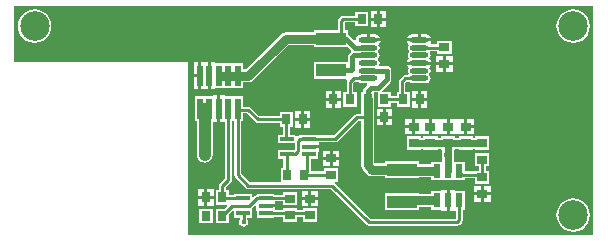
<source format=gtl>
G04*
G04 #@! TF.GenerationSoftware,Altium Limited,Altium Designer,19.1.5 (86)*
G04*
G04 Layer_Physical_Order=1*
G04 Layer_Color=255*
%FSLAX25Y25*%
%MOIN*%
G70*
G01*
G75*
%ADD14C,0.01000*%
%ADD15R,0.04528X0.01575*%
%ADD16R,0.03543X0.03150*%
%ADD17R,0.03150X0.03543*%
%ADD18R,0.02362X0.04921*%
%ADD19O,0.06299X0.01772*%
%ADD20R,0.10236X0.04331*%
%ADD21R,0.02000X0.07000*%
%ADD30C,0.01772*%
%ADD31C,0.03937*%
%ADD32C,0.02362*%
%ADD33C,0.02953*%
%ADD34C,0.09843*%
%ADD35C,0.01772*%
%ADD36C,0.02756*%
G36*
X194123Y1152D02*
X59055D01*
Y59055D01*
X1152D01*
Y77588D01*
X194123D01*
Y1152D01*
D02*
G37*
%LPC*%
G36*
X125016Y76000D02*
X122941D01*
Y73728D01*
X125016D01*
Y76000D01*
D02*
G37*
G36*
X121941D02*
X119866D01*
Y73728D01*
X121941D01*
Y76000D01*
D02*
G37*
G36*
X119134Y75630D02*
X114724D01*
Y74380D01*
X110630D01*
X110189Y74293D01*
X109815Y74043D01*
X109230Y73457D01*
X108980Y73083D01*
X108892Y72643D01*
Y69528D01*
X100945D01*
Y68880D01*
X91535D01*
X90714Y68716D01*
X90017Y68251D01*
X78233Y56467D01*
X77221D01*
Y58449D01*
X68141D01*
Y58819D01*
X66641D01*
Y54319D01*
Y49819D01*
X68141D01*
Y50189D01*
X77221D01*
Y52171D01*
X79122D01*
X79944Y52335D01*
X80641Y52800D01*
X92425Y64585D01*
X100945D01*
Y63937D01*
X112224D01*
X113348Y62813D01*
X113352Y62242D01*
X113304Y62167D01*
X112687Y61550D01*
X112352Y61048D01*
X112234Y60457D01*
Y58898D01*
X100945D01*
Y53307D01*
X111663D01*
X111931Y52807D01*
X111928Y52803D01*
X111840Y52362D01*
Y48858D01*
X110787D01*
Y44055D01*
X115197D01*
Y48858D01*
X114144D01*
Y51885D01*
X114650Y52391D01*
X115712D01*
X115738Y52352D01*
X116239Y52017D01*
X116831Y51899D01*
X118706D01*
X118816Y51738D01*
X118899Y51399D01*
X117805Y50305D01*
X117470Y49804D01*
X117352Y49213D01*
Y48858D01*
X116693D01*
Y44055D01*
X116750D01*
Y42953D01*
X116693D01*
Y41703D01*
X115354D01*
X114913Y41616D01*
X114540Y41366D01*
X107594Y34420D01*
X102303D01*
Y34685D01*
X96516D01*
Y34420D01*
X96260D01*
X95819Y34332D01*
X95445Y34082D01*
X95323Y33960D01*
X94823Y34167D01*
Y34685D01*
X92884D01*
Y37362D01*
X93937D01*
Y42165D01*
X89528D01*
Y40916D01*
X82761D01*
X79949Y43728D01*
X79575Y43978D01*
X79134Y44065D01*
X77221D01*
Y47449D01*
X71291D01*
Y47819D01*
X69791D01*
Y43319D01*
Y38819D01*
X71289D01*
Y20163D01*
X69658Y18531D01*
X69408Y18157D01*
X69320Y17717D01*
Y16181D01*
X68268D01*
Y11378D01*
X71891D01*
X72082Y10916D01*
X71048Y9882D01*
X68268D01*
Y5079D01*
X72677D01*
Y8253D01*
X73968Y9544D01*
X74468Y9337D01*
Y7047D01*
X76407D01*
Y6516D01*
X76131Y6103D01*
X76013Y5512D01*
X76131Y4920D01*
X76466Y4419D01*
X76968Y4084D01*
X77559Y3966D01*
X78150Y4084D01*
X78652Y4419D01*
X78987Y4920D01*
X79104Y5512D01*
X78987Y6103D01*
X78711Y6516D01*
Y7047D01*
X80256D01*
Y9882D01*
X80256Y9882D01*
X80386Y10328D01*
X81117Y11059D01*
X81579Y10868D01*
Y9236D01*
X81949D01*
Y7047D01*
X87736D01*
Y7312D01*
X90512D01*
Y5669D01*
X95315D01*
Y7312D01*
X97205D01*
Y5669D01*
X102008D01*
Y10079D01*
X97205D01*
Y9617D01*
X95315D01*
Y10079D01*
X90512D01*
Y9617D01*
X88106D01*
Y10524D01*
X84842D01*
Y11524D01*
X88106D01*
Y12431D01*
X90512D01*
Y11181D01*
X95315D01*
Y15590D01*
X90512D01*
Y14735D01*
X87736D01*
Y15000D01*
X81949D01*
Y14722D01*
X81571Y14647D01*
X81197Y14397D01*
X80718Y13918D01*
X80256Y14110D01*
Y15000D01*
X74468D01*
Y14735D01*
X72677D01*
Y16181D01*
X71624D01*
Y17239D01*
X73256Y18871D01*
X73506Y19245D01*
X73593Y19685D01*
Y39189D01*
X74439D01*
Y21260D01*
X74527Y20819D01*
X74777Y20445D01*
X78320Y16902D01*
X78694Y16652D01*
X79135Y16565D01*
X106609D01*
X118477Y4697D01*
X118851Y4447D01*
X119291Y4360D01*
X148824D01*
X149265Y4447D01*
X149638Y4697D01*
X150224Y5283D01*
X150474Y5657D01*
X150561Y6098D01*
Y9705D01*
X151221D01*
Y15886D01*
X147850D01*
Y16256D01*
X146169D01*
Y12795D01*
Y9335D01*
X147850D01*
X148257Y9110D01*
Y6664D01*
X119769D01*
X107901Y18531D01*
X107865Y18555D01*
X108017Y19055D01*
X109095D01*
Y23464D01*
X104291D01*
Y22412D01*
X99865D01*
Y26732D01*
X102303D01*
Y28921D01*
X102673D01*
Y30209D01*
X99410D01*
Y31209D01*
X102673D01*
Y32116D01*
X108071D01*
X108512Y32203D01*
X108886Y32453D01*
X115831Y39399D01*
X116693D01*
Y38150D01*
X116750D01*
Y35039D01*
Y24409D01*
X116914Y23588D01*
X117379Y22891D01*
X118756Y21514D01*
X119453Y21048D01*
X120275Y20885D01*
X124567D01*
Y20237D01*
X136063D01*
Y20490D01*
X140118D01*
Y19547D01*
X143358D01*
X143740Y19547D01*
X144240Y19547D01*
X147098D01*
X147480Y19547D01*
X147980Y19547D01*
X151221D01*
Y20108D01*
X154685D01*
Y18269D01*
X159488D01*
Y22678D01*
X158238D01*
Y24174D01*
X159488D01*
Y28583D01*
X154685D01*
Y24174D01*
X155934D01*
Y22678D01*
X154685D01*
Y22412D01*
X151221D01*
Y25728D01*
X147598Y25728D01*
X147516Y26194D01*
Y27102D01*
X147561Y27169D01*
X147716Y27953D01*
X147561Y28736D01*
X147516Y28803D01*
Y29686D01*
X148071D01*
Y30044D01*
X149173D01*
Y29686D01*
X153976D01*
Y30044D01*
X154685D01*
Y29686D01*
X159488D01*
Y34095D01*
X154685D01*
Y33737D01*
X153976D01*
Y34096D01*
X149173D01*
Y33737D01*
X148071D01*
Y34095D01*
X143268D01*
Y33737D01*
X142165D01*
Y34095D01*
X137362D01*
Y33737D01*
X136653D01*
Y34095D01*
X131850D01*
Y29686D01*
X136653D01*
Y30044D01*
X137362D01*
Y29686D01*
X142165D01*
Y30044D01*
X143268D01*
Y29686D01*
X143823D01*
Y28803D01*
X143778Y28736D01*
X143622Y27953D01*
X143778Y27169D01*
X143823Y27102D01*
Y26194D01*
X143740Y25728D01*
X143323Y25728D01*
X140118D01*
Y24785D01*
X136063D01*
Y25828D01*
X124567D01*
Y25180D01*
X121164D01*
X121045Y25299D01*
Y35039D01*
Y38150D01*
X121102D01*
Y42953D01*
X121045D01*
Y44055D01*
X121102D01*
Y48848D01*
X121995D01*
X122205Y48848D01*
X122205Y48456D01*
Y44055D01*
X126614D01*
Y45305D01*
X128504D01*
Y44055D01*
X132913D01*
Y48858D01*
X131467D01*
Y51909D01*
X131851Y52293D01*
X132756D01*
X133168Y52017D01*
X133760Y51899D01*
X138287D01*
X138879Y52017D01*
X139380Y52352D01*
X139715Y52854D01*
X139833Y53445D01*
X139715Y54036D01*
X139380Y54538D01*
Y54911D01*
X139715Y55413D01*
X139833Y56004D01*
X139715Y56595D01*
X139413Y57047D01*
X139647Y57203D01*
X140064Y57827D01*
X140111Y58063D01*
X136024D01*
X131937D01*
X131983Y57827D01*
X132400Y57203D01*
X132634Y57047D01*
X132332Y56595D01*
X132214Y56004D01*
X132332Y55413D01*
X132543Y55097D01*
X132306Y54597D01*
X131374D01*
X130933Y54509D01*
X130559Y54260D01*
X129500Y53201D01*
X129251Y52827D01*
X129163Y52386D01*
Y48858D01*
X128504D01*
Y47609D01*
X126614D01*
Y48858D01*
X123771D01*
X123629Y49123D01*
X123591Y49358D01*
X124853Y50620D01*
X126290Y52057D01*
X126625Y52558D01*
X126742Y53150D01*
Y56004D01*
X126625Y56595D01*
X126290Y57097D01*
X125788Y57432D01*
X125197Y57549D01*
X123031D01*
X122802Y58049D01*
X122904Y58563D01*
X122786Y59154D01*
X122451Y59656D01*
Y60029D01*
X122786Y60531D01*
X122904Y61122D01*
X122786Y61713D01*
X122451Y62215D01*
Y62588D01*
X122786Y63090D01*
X122904Y63681D01*
X122786Y64272D01*
X122484Y64724D01*
X122718Y64881D01*
X123135Y65504D01*
X123182Y65740D01*
X119095D01*
Y66240D01*
X118595D01*
Y68163D01*
X116831D01*
X116095Y68017D01*
X115471Y67600D01*
X115054Y66976D01*
X114923Y66316D01*
X114681Y66178D01*
X114425Y66107D01*
X112707Y67825D01*
X112441Y68003D01*
Y69528D01*
X111196D01*
Y72076D01*
X114724D01*
Y70827D01*
X119134D01*
Y75630D01*
D02*
G37*
G36*
X125016Y72728D02*
X122941D01*
Y70457D01*
X125016D01*
Y72728D01*
D02*
G37*
G36*
X121941D02*
X119866D01*
Y70457D01*
X121941D01*
Y72728D01*
D02*
G37*
G36*
X138287Y68163D02*
X136524D01*
Y66740D01*
X140111D01*
X140064Y66976D01*
X139647Y67600D01*
X139023Y68017D01*
X138287Y68163D01*
D02*
G37*
G36*
X121358D02*
X119595D01*
Y66740D01*
X123182D01*
X123135Y66976D01*
X122718Y67600D01*
X122094Y68017D01*
X121358Y68163D01*
D02*
G37*
G36*
X135524D02*
X133760D01*
X133024Y68017D01*
X132400Y67600D01*
X131983Y66976D01*
X131937Y66740D01*
X135524D01*
Y68163D01*
D02*
G37*
G36*
X187402Y76465D02*
X185952Y76274D01*
X184602Y75715D01*
X183442Y74825D01*
X182553Y73666D01*
X181993Y72315D01*
X181802Y70866D01*
X181993Y69417D01*
X182553Y68067D01*
X183442Y66907D01*
X184602Y66017D01*
X185952Y65458D01*
X187402Y65267D01*
X188851Y65458D01*
X190201Y66017D01*
X191361Y66907D01*
X192251Y68067D01*
X192810Y69417D01*
X193001Y70866D01*
X192810Y72315D01*
X192251Y73666D01*
X191361Y74825D01*
X190201Y75715D01*
X188851Y76274D01*
X187402Y76465D01*
D02*
G37*
G36*
X7874D02*
X6425Y76274D01*
X5074Y75715D01*
X3915Y74825D01*
X3025Y73666D01*
X2466Y72315D01*
X2275Y70866D01*
X2466Y69417D01*
X3025Y68067D01*
X3915Y66907D01*
X5074Y66017D01*
X6425Y65458D01*
X7874Y65267D01*
X9323Y65458D01*
X10674Y66017D01*
X11833Y66907D01*
X12723Y68067D01*
X13282Y69417D01*
X13473Y70866D01*
X13282Y72315D01*
X12723Y73666D01*
X11833Y74825D01*
X10674Y75715D01*
X9323Y76274D01*
X7874Y76465D01*
D02*
G37*
G36*
X146890Y65984D02*
X142087D01*
Y64833D01*
X140217D01*
X139949Y65333D01*
X140064Y65504D01*
X140111Y65740D01*
X136024D01*
X131937D01*
X131983Y65504D01*
X132400Y64881D01*
X132634Y64724D01*
X132332Y64272D01*
X132214Y63681D01*
X132332Y63090D01*
X132667Y62588D01*
Y62215D01*
X132332Y61713D01*
X132214Y61122D01*
X132332Y60531D01*
X132634Y60079D01*
X132400Y59923D01*
X131983Y59299D01*
X131937Y59063D01*
X136024D01*
X140111D01*
X140064Y59299D01*
X139647Y59923D01*
X139413Y60079D01*
X139715Y60531D01*
X139833Y61122D01*
X139715Y61713D01*
X139504Y62029D01*
X139741Y62529D01*
X142087D01*
Y61575D01*
X146890D01*
Y65984D01*
D02*
G37*
G36*
X147260Y60843D02*
X144988D01*
Y58768D01*
X147260D01*
Y60843D01*
D02*
G37*
G36*
X143988D02*
X141717D01*
Y58768D01*
X143988D01*
Y60843D01*
D02*
G37*
G36*
X147260Y57768D02*
X144988D01*
Y55693D01*
X147260D01*
Y57768D01*
D02*
G37*
G36*
X143988D02*
X141717D01*
Y55693D01*
X143988D01*
Y57768D01*
D02*
G37*
G36*
X62491Y58819D02*
X60991D01*
Y54819D01*
X62491D01*
Y58819D01*
D02*
G37*
G36*
X65641D02*
X63491D01*
Y54319D01*
Y49819D01*
X65641D01*
Y54319D01*
Y58819D01*
D02*
G37*
G36*
X62491Y53819D02*
X60991D01*
Y49819D01*
X62491D01*
Y53819D01*
D02*
G37*
G36*
X110055Y49228D02*
X107980D01*
Y46957D01*
X110055D01*
Y49228D01*
D02*
G37*
G36*
X106980D02*
X104905D01*
Y46957D01*
X106980D01*
Y49228D01*
D02*
G37*
G36*
X138795Y49228D02*
X136721D01*
Y46957D01*
X138795D01*
Y49228D01*
D02*
G37*
G36*
X135721D02*
X133646D01*
Y46957D01*
X135721D01*
Y49228D01*
D02*
G37*
G36*
X110055Y45957D02*
X107980D01*
Y43685D01*
X110055D01*
Y45957D01*
D02*
G37*
G36*
X106980D02*
X104905D01*
Y43685D01*
X106980D01*
Y45957D01*
D02*
G37*
G36*
X138795Y45957D02*
X136721D01*
Y43685D01*
X138795D01*
Y45957D01*
D02*
G37*
G36*
X135721D02*
X133646D01*
Y43685D01*
X135721D01*
Y45957D01*
D02*
G37*
G36*
X126984Y43323D02*
X124909D01*
Y41051D01*
X126984D01*
Y43323D01*
D02*
G37*
G36*
X123909D02*
X121835D01*
Y41051D01*
X123909D01*
Y43323D01*
D02*
G37*
G36*
X99819Y42535D02*
X97744D01*
Y40264D01*
X99819D01*
Y42535D01*
D02*
G37*
G36*
X96744D02*
X94669D01*
Y40264D01*
X96744D01*
Y42535D01*
D02*
G37*
G36*
X152074Y39978D02*
Y37903D01*
X154346D01*
Y39978D01*
X152074D01*
D02*
G37*
G36*
X133752Y39977D02*
X131480D01*
Y37902D01*
X133752D01*
Y39977D01*
D02*
G37*
G36*
X126984Y40051D02*
X124909D01*
Y37780D01*
X126984D01*
Y40051D01*
D02*
G37*
G36*
X123909D02*
X121835D01*
Y37780D01*
X123909D01*
Y40051D01*
D02*
G37*
G36*
X99819Y39264D02*
X97744D01*
Y36992D01*
X99819D01*
Y39264D01*
D02*
G37*
G36*
X96744D02*
X94669D01*
Y36992D01*
X96744D01*
Y39264D01*
D02*
G37*
G36*
X154346Y36903D02*
X152074D01*
Y34828D01*
X154346D01*
Y36903D01*
D02*
G37*
G36*
X133752Y36902D02*
X131480D01*
Y34828D01*
X133752D01*
Y36902D01*
D02*
G37*
G36*
X142897Y39977D02*
X142535D01*
X142397Y39977D01*
X140264D01*
Y37402D01*
Y34828D01*
X142397D01*
X142535Y34828D01*
X142897D01*
X143035Y34828D01*
X145169D01*
Y37402D01*
Y39977D01*
X143035D01*
X142897Y39977D01*
D02*
G37*
G36*
X139264Y39977D02*
X134752D01*
Y37402D01*
Y34828D01*
X139264D01*
Y37402D01*
Y39977D01*
D02*
G37*
G36*
X148803Y39978D02*
X148306Y39977D01*
X146169D01*
Y37402D01*
Y34828D01*
X148303D01*
X148441Y34828D01*
X148937Y34828D01*
X151074D01*
Y37403D01*
Y39978D01*
X148941D01*
X148803Y39978D01*
D02*
G37*
G36*
X109465Y29346D02*
X107193D01*
Y27272D01*
X109465D01*
Y29346D01*
D02*
G37*
G36*
X106193D02*
X103921D01*
Y27272D01*
X106193D01*
Y29346D01*
D02*
G37*
G36*
X68791Y47819D02*
X67291D01*
Y47449D01*
X61361D01*
Y39189D01*
X61946D01*
Y27953D01*
X62035Y27275D01*
X62297Y26643D01*
X62713Y26100D01*
X62714Y26100D01*
X63257Y25683D01*
X63889Y25421D01*
X64567Y25332D01*
X65245Y25421D01*
X65877Y25683D01*
X66420Y26100D01*
X66837Y26642D01*
X67098Y27274D01*
X67188Y27953D01*
X67187Y27956D01*
Y38362D01*
X67291Y38819D01*
X68791D01*
Y43319D01*
Y47819D01*
D02*
G37*
G36*
X109465Y26272D02*
X107193D01*
Y24197D01*
X109465D01*
Y26272D01*
D02*
G37*
G36*
X106193D02*
X103921D01*
Y24197D01*
X106193D01*
Y26272D01*
D02*
G37*
G36*
X159858Y17536D02*
X157586D01*
Y15461D01*
X159858D01*
Y17536D01*
D02*
G37*
G36*
X156586D02*
X154315D01*
Y15461D01*
X156586D01*
Y17536D01*
D02*
G37*
G36*
X145169Y16256D02*
X143488D01*
Y15886D01*
X140118D01*
Y14943D01*
X136063D01*
Y15198D01*
X124567D01*
Y9607D01*
X136063D01*
Y10648D01*
X140118D01*
Y9705D01*
X143488D01*
Y9335D01*
X145169D01*
Y12795D01*
Y16256D01*
D02*
G37*
G36*
X67535Y16551D02*
X65461D01*
Y14279D01*
X67535D01*
Y16551D01*
D02*
G37*
G36*
X64461D02*
X62386D01*
Y14279D01*
X64461D01*
Y16551D01*
D02*
G37*
G36*
X102378Y15961D02*
X100106D01*
Y13886D01*
X102378D01*
Y15961D01*
D02*
G37*
G36*
X99106D02*
X96835D01*
Y13886D01*
X99106D01*
Y15961D01*
D02*
G37*
G36*
X159858Y14461D02*
X157586D01*
Y12387D01*
X159858D01*
Y14461D01*
D02*
G37*
G36*
X156586D02*
X154315D01*
Y12387D01*
X156586D01*
Y14461D01*
D02*
G37*
G36*
X67535Y13280D02*
X65461D01*
Y11008D01*
X67535D01*
Y13280D01*
D02*
G37*
G36*
X64461D02*
X62386D01*
Y11008D01*
X64461D01*
Y13280D01*
D02*
G37*
G36*
X102378Y12886D02*
X100106D01*
Y10811D01*
X102378D01*
Y12886D01*
D02*
G37*
G36*
X99106D02*
X96835D01*
Y10811D01*
X99106D01*
Y12886D01*
D02*
G37*
G36*
X67165Y9882D02*
X62756D01*
Y5079D01*
X67165D01*
Y9882D01*
D02*
G37*
G36*
X187402Y13473D02*
X185952Y13282D01*
X184602Y12723D01*
X183442Y11833D01*
X182553Y10674D01*
X181993Y9323D01*
X181802Y7874D01*
X181993Y6425D01*
X182553Y5074D01*
X183442Y3915D01*
X184602Y3025D01*
X185952Y2466D01*
X187402Y2275D01*
X188851Y2466D01*
X190201Y3025D01*
X191361Y3915D01*
X192251Y5074D01*
X192810Y6425D01*
X193001Y7874D01*
X192810Y9323D01*
X192251Y10674D01*
X191361Y11833D01*
X190201Y12723D01*
X188851Y13282D01*
X187402Y13473D01*
D02*
G37*
%LPD*%
G36*
X81469Y38949D02*
X81843Y38699D01*
X82284Y38612D01*
X89528D01*
Y37362D01*
X90580D01*
Y34685D01*
X89035D01*
Y31850D01*
X94517D01*
Y29611D01*
X94473Y29567D01*
X89035D01*
Y26732D01*
X90777D01*
Y23661D01*
X89921D01*
Y18869D01*
X79612D01*
X76743Y21737D01*
Y39189D01*
X77221D01*
Y41761D01*
X78657D01*
X81469Y38949D01*
D02*
G37*
D14*
X79452Y11024D02*
X82011Y13583D01*
X73819Y11024D02*
X79452D01*
X82011Y13583D02*
X84842D01*
X79135Y17717D02*
X107087D01*
X119291Y5512D01*
X148824D01*
X149409Y6098D01*
Y12795D01*
X70472Y7677D02*
X73819Y11024D01*
X70473Y17717D02*
X72441Y19685D01*
X70473Y13780D02*
Y17717D01*
X72441Y19685D02*
Y43319D01*
X77362Y8465D02*
X77559Y8268D01*
Y5512D02*
Y8268D01*
X70669Y13583D02*
X77362D01*
X70473Y13780D02*
X70669Y13583D01*
X70472Y7480D02*
Y7677D01*
X92716Y13583D02*
X92913Y13386D01*
X84842Y13583D02*
X92716D01*
X84842Y8465D02*
X99016D01*
X99606Y7874D01*
X75591Y21260D02*
Y43319D01*
Y21260D02*
X79135Y17717D01*
X144291Y31890D02*
X145669Y30512D01*
X124409Y46457D02*
X130709D01*
X115354Y40551D02*
X118898D01*
X118898Y40551D01*
X108071Y33268D02*
X115354Y40551D01*
X99410Y33268D02*
X108071D01*
X75997Y42913D02*
X79134D01*
X75591Y43319D02*
X75997Y42913D01*
X79134D02*
X82284Y39764D01*
X91732D01*
X156300Y21260D02*
X157086Y20473D01*
X150379Y21260D02*
X156300D01*
X149409Y22229D02*
X150379Y21260D01*
X144291Y31890D02*
X145669D01*
X130315Y12402D02*
X130708Y12795D01*
X130315Y23032D02*
X130709Y22638D01*
X149409Y22229D02*
Y22638D01*
X157086Y20473D02*
Y26379D01*
X157086Y31890D02*
X157086Y31890D01*
X130315Y52386D02*
X131374Y53445D01*
X130315Y46850D02*
Y52386D01*
Y46850D02*
X130709Y46457D01*
X131374Y53445D02*
X136024D01*
X144390Y63681D02*
X144488Y63779D01*
X136024Y63681D02*
X144390D01*
X110044Y72643D02*
X110630Y73228D01*
X110044Y68398D02*
Y72643D01*
X108379Y66732D02*
X110044Y68398D01*
X106693Y66732D02*
X108379D01*
X110630Y73228D02*
X116929D01*
X106693Y56102D02*
X106698Y56107D01*
X114173Y53543D02*
X118996D01*
X119095Y53445D01*
X112992Y52362D02*
X114173Y53543D01*
X112992Y46457D02*
Y52362D01*
X95669Y32677D02*
X96260Y33268D01*
X95669Y29134D02*
Y32677D01*
X94685Y28150D02*
X95669Y29134D01*
X96260Y33268D02*
X99410D01*
X91929Y28150D02*
X94685D01*
X91929Y21457D02*
X92126Y21260D01*
X91929Y21457D02*
Y28150D01*
X99000D02*
X99410D01*
X98713Y27862D02*
X99000Y28150D01*
X98713Y22335D02*
Y27862D01*
X97638Y21260D02*
X98713Y22335D01*
X97638Y21260D02*
X106693D01*
X91732Y33465D02*
X91929Y33268D01*
X91732Y33465D02*
Y39764D01*
D15*
X84842Y8465D02*
D03*
Y11024D02*
D03*
Y13583D02*
D03*
X77362D02*
D03*
Y8465D02*
D03*
X99410Y28150D02*
D03*
Y30709D02*
D03*
Y33268D02*
D03*
X91929D02*
D03*
Y28150D02*
D03*
D16*
X92913Y7874D02*
D03*
Y13386D02*
D03*
X99606Y13386D02*
D03*
Y7874D02*
D03*
X144488Y58268D02*
D03*
Y63779D02*
D03*
X106693Y26772D02*
D03*
Y21260D02*
D03*
X157086Y26379D02*
D03*
Y31890D02*
D03*
Y14961D02*
D03*
Y20473D02*
D03*
X134252Y37402D02*
D03*
Y31890D02*
D03*
X139764Y37402D02*
D03*
Y31890D02*
D03*
X151574Y37403D02*
D03*
Y31891D02*
D03*
X145669Y37402D02*
D03*
Y31890D02*
D03*
D17*
X70472Y7480D02*
D03*
X64961D02*
D03*
X64961Y13780D02*
D03*
X70473D02*
D03*
X124409Y46457D02*
D03*
X118898D02*
D03*
X136221D02*
D03*
X130709D02*
D03*
X122441Y73228D02*
D03*
X116929D02*
D03*
X124409Y40551D02*
D03*
X118898D02*
D03*
X107480Y46457D02*
D03*
X112992D02*
D03*
X97638Y21260D02*
D03*
X92126D02*
D03*
X97244Y39764D02*
D03*
X91732D02*
D03*
D18*
X141929Y12795D02*
D03*
X145669D02*
D03*
X149409D02*
D03*
Y22638D02*
D03*
X145669D02*
D03*
X141929D02*
D03*
D19*
X136024Y53445D02*
D03*
Y56004D02*
D03*
Y58563D02*
D03*
Y61122D02*
D03*
Y63681D02*
D03*
Y66240D02*
D03*
X119095Y53445D02*
D03*
Y56004D02*
D03*
Y58563D02*
D03*
Y61122D02*
D03*
Y63681D02*
D03*
Y66240D02*
D03*
D20*
X106693Y56102D02*
D03*
Y66732D02*
D03*
X130315Y23032D02*
D03*
Y12402D02*
D03*
D21*
X75591Y54319D02*
D03*
Y43319D02*
D03*
X72441Y54319D02*
D03*
Y43319D02*
D03*
X69291Y54319D02*
D03*
Y43319D02*
D03*
X66141Y54319D02*
D03*
Y43319D02*
D03*
X62991Y54319D02*
D03*
Y43319D02*
D03*
D30*
X119095Y56004D02*
X125197D01*
Y53150D02*
Y56004D01*
X122441Y50394D02*
X123760Y51713D01*
X120079Y50394D02*
X122441D01*
X118898Y49213D02*
X120079Y50394D01*
X113779Y56693D02*
Y60457D01*
X113194Y56107D02*
X113779Y56693D01*
Y60457D02*
X114445Y61122D01*
X108379Y66732D02*
X111614D01*
X114665Y63681D01*
X119095D01*
X123760Y51713D02*
X125197Y53150D01*
X118898Y46457D02*
Y49213D01*
X106698Y56107D02*
X113194D01*
X114445Y61122D02*
X119095D01*
D31*
X64566Y27953D02*
Y43319D01*
Y27953D02*
X64567Y27953D01*
D32*
X145866Y31890D02*
X157086D01*
X145669Y27953D02*
Y30512D01*
Y22638D02*
Y27953D01*
X139764Y31890D02*
X144291D01*
X134252D02*
X139764D01*
D33*
X118898Y35039D02*
Y40551D01*
Y24409D02*
Y35039D01*
X79122Y54319D02*
X91535Y66732D01*
X75591Y54319D02*
X79122D01*
X91535Y66732D02*
X106693D01*
X72441Y54319D02*
X75591D01*
X70079Y54331D02*
X72441Y54319D01*
X118898Y24409D02*
X120275Y23032D01*
X130315D01*
X130708Y12795D02*
X141339D01*
X130709Y22638D02*
X141339D01*
X118898Y40551D02*
Y46457D01*
D34*
X187402Y7874D02*
D03*
Y70866D02*
D03*
X7874D02*
D03*
D35*
X89370Y11024D02*
D03*
X121653Y17717D02*
D03*
Y12598D02*
D03*
X138189Y8661D02*
D03*
X152756Y17717D02*
D03*
X145669D02*
D03*
X138189D02*
D03*
X133071D02*
D03*
X127165D02*
D03*
X69291Y32677D02*
D03*
X87795Y48819D02*
D03*
X83071Y21260D02*
D03*
X101969Y23622D02*
D03*
X113386Y21260D02*
D03*
X105905Y7874D02*
D03*
Y13386D02*
D03*
X64961Y7480D02*
D03*
X77559Y5512D02*
D03*
X68110Y19685D02*
D03*
X178740Y71260D02*
D03*
X172441D02*
D03*
X175591D02*
D03*
X62992Y48819D02*
D03*
X66142D02*
D03*
X60630Y32283D02*
D03*
X124803Y32677D02*
D03*
X127559Y35827D02*
D03*
X157087Y37402D02*
D03*
X151575Y41732D02*
D03*
X145669D02*
D03*
X139764D02*
D03*
X134252D02*
D03*
X157087Y10236D02*
D03*
X106693Y61417D02*
D03*
X150394Y58268D02*
D03*
X144488Y52756D02*
D03*
X127953Y58661D02*
D03*
Y66142D02*
D03*
X135827Y70079D02*
D03*
X126772Y73228D02*
D03*
X107480Y51181D02*
D03*
X103150Y46457D02*
D03*
X109449Y40157D02*
D03*
X97244Y46457D02*
D03*
X103150Y40157D02*
D03*
X185827Y55118D02*
D03*
Y62992D02*
D03*
Y59055D02*
D03*
X165354Y55118D02*
D03*
Y62992D02*
D03*
Y59055D02*
D03*
X179528Y46063D02*
D03*
X171653D02*
D03*
X175591D02*
D03*
X179528Y6693D02*
D03*
X171653D02*
D03*
X175591D02*
D03*
X185827Y15748D02*
D03*
Y23622D02*
D03*
X164567Y15748D02*
D03*
Y23622D02*
D03*
X185827Y19685D02*
D03*
X164567D02*
D03*
X179528Y32677D02*
D03*
X171653D02*
D03*
X175591D02*
D03*
X80315Y62205D02*
D03*
X76772D02*
D03*
X73228D02*
D03*
X69685D02*
D03*
X52756D02*
D03*
X56299D02*
D03*
X59449D02*
D03*
X60630Y19685D02*
D03*
X62992Y62205D02*
D03*
X66142D02*
D03*
X17323Y73228D02*
D03*
X20472D02*
D03*
X24016D02*
D03*
X27559D02*
D03*
X31102D02*
D03*
X34646D02*
D03*
X38189D02*
D03*
X62598D02*
D03*
X59055D02*
D03*
X55512D02*
D03*
X51968D02*
D03*
X48425D02*
D03*
X44882D02*
D03*
X41732D02*
D03*
X87008D02*
D03*
X83465D02*
D03*
X79921D02*
D03*
X76378D02*
D03*
X72835D02*
D03*
X69291D02*
D03*
X66142D02*
D03*
X145276D02*
D03*
X141732D02*
D03*
X104331D02*
D03*
X100787D02*
D03*
X97244D02*
D03*
X93701D02*
D03*
X90551D02*
D03*
X162992D02*
D03*
X159449D02*
D03*
X155905D02*
D03*
X152362D02*
D03*
X149213D02*
D03*
X158661Y2756D02*
D03*
X161811D02*
D03*
X165354D02*
D03*
X168898D02*
D03*
X172441D02*
D03*
X175984D02*
D03*
X179528D02*
D03*
X133858D02*
D03*
X137008D02*
D03*
X140551D02*
D03*
X144095D02*
D03*
X147638D02*
D03*
X151181D02*
D03*
X154724D02*
D03*
X109449D02*
D03*
X112598D02*
D03*
X116142D02*
D03*
X119685D02*
D03*
X123228D02*
D03*
X126772D02*
D03*
X130315D02*
D03*
X85039D02*
D03*
X88189D02*
D03*
X91732D02*
D03*
X95276D02*
D03*
X98819D02*
D03*
X102362D02*
D03*
X105905D02*
D03*
X81496D02*
D03*
X77953D02*
D03*
X74410D02*
D03*
X70866D02*
D03*
X67323D02*
D03*
X63779D02*
D03*
X60630D02*
D03*
D36*
X64567Y27953D02*
D03*
X118898Y35039D02*
D03*
X145669Y27953D02*
D03*
M02*

</source>
